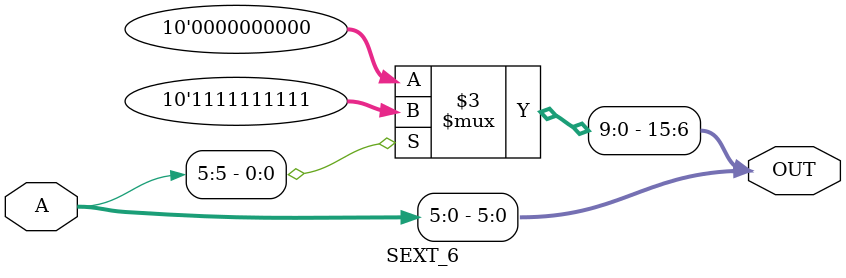
<source format=sv>

module SEXT_6( input logic [5:0] A, 
                output logic [15:0] OUT
              );

/* COMBINATIONAL LOGIC INSIDE MODULE */
    always_comb 
    begin
			OUT[5:0] = A;
            if (A[5])  //SIGN EXTEND 1
                OUT[15:6] = ({10 {1'b1} });
            else        //SIGN EXTEND 0
                OUT[15:6] = ({10 {1'b0} });
    end 
endmodule  //SEXT_6


</source>
